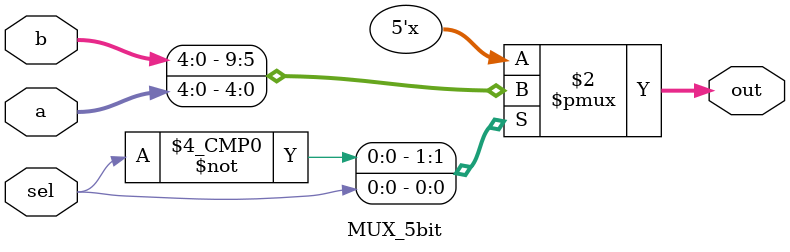
<source format=v>
module MUX_32bit (out, a, b, sel);

	input [32-1:0] a, b;
	output reg [32-1:0] out;

	input sel;

	always@(a, b, sel) begin

		case(sel)
		1'b0 : out = b;
		1'b1 : out = a;
		endcase
		end
endmodule

module MUX_5bit (out, a, b, sel);

	input [5-1:0] a, b;
	output reg [5-1:0] out;

	input sel;

	always@(a, b, sel) begin

		case(sel)
		1'b0 : out = b;
		1'b1 : out = a;
		endcase
		end
endmodule

</source>
